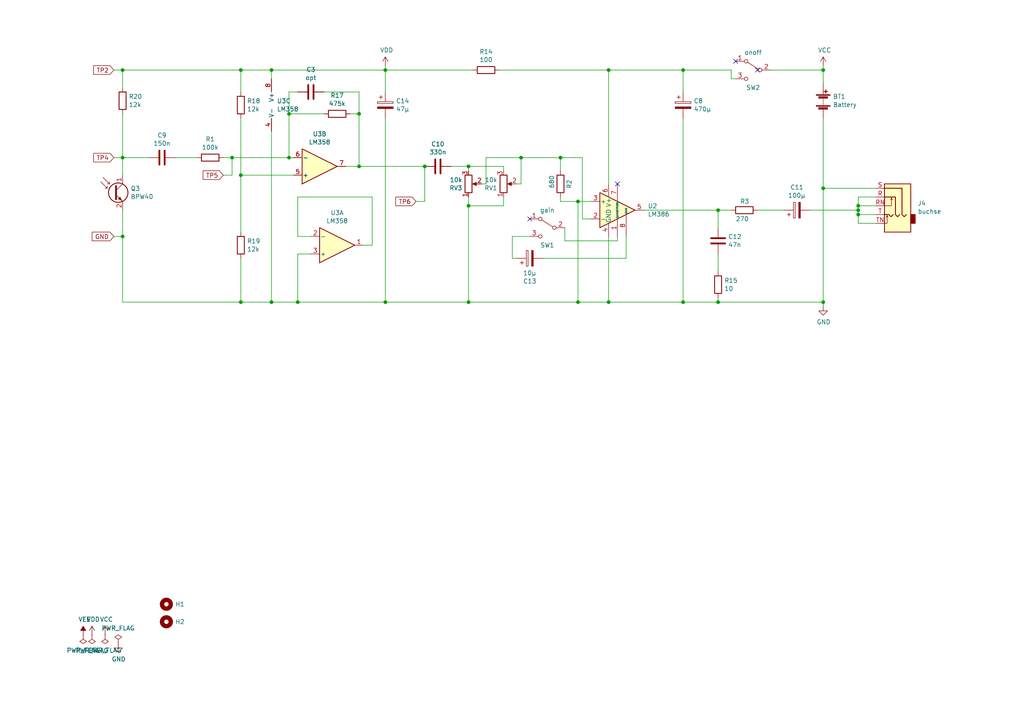
<source format=kicad_sch>
(kicad_sch (version 20211123) (generator eeschema)
  (paper "A4")
  (lib_symbols
    (symbol "Amplifier_Audio:LM386" (pin_names (offset 0.127))
      (property "Reference" "U" (at 1.27 7.62 0))
      (property "Value" "LM386" (at 1.27 5.08 0))
      (symbol "LM386_0_1"
        (polyline (pts (xy 5.08 0) (xy -5.08 5.08) (xy -5.08 -5.08) (xy 5.08 0)) (stroke (width 0.254)) (fill (type background)))
      )
      (symbol "LM386_1_1"
        (pin input line (at 0 -7.62 90) (length 5.08) (name "GAIN") (number "1"))
        (pin input line (at -7.62 -2.54 0) (length 2.54) (name "-") (number "2"))
        (pin input line (at -7.62 2.54 0) (length 2.54) (name "+") (number "3"))
        (pin power_in line (at -2.54 -7.62 90) (length 3.81) (name "GND") (number "4"))
        (pin output line (at 7.62 0 180) (length 2.54) (name "~") (number "5"))
        (pin power_in line (at -2.54 7.62 270) (length 3.81) (name "V+") (number "6"))
        (pin input line (at 0 7.62 270) (length 5.08) (name "BYPASS") (number "7"))
        (pin input line (at 2.54 -7.62 90) (length 6.35) (name "GAIN") (number "8"))
      )
    )
    (symbol "Amplifier_Operational:LM358" (pin_names (offset 0.127))
      (property "Reference" "U" (at 0 5.08 0))
      (property "Value" "LM358" (at 0 -5.08 0))
      (symbol "LM358_1_1"
        (polyline (pts (xy -5.08 5.08) (xy 5.08 0) (xy -5.08 -5.08) (xy -5.08 5.08)) (stroke (width 0.254)) (fill (type background)))
        (pin output line (at 7.62 0 180) (length 2.54) (name "~") (number "1"))
        (pin input line (at -7.62 -2.54 0) (length 2.54) (name "-") (number "2"))
        (pin input line (at -7.62 2.54 0) (length 2.54) (name "+") (number "3"))
      )
      (symbol "LM358_2_1"
        (polyline (pts (xy -5.08 5.08) (xy 5.08 0) (xy -5.08 -5.08) (xy -5.08 5.08)) (stroke (width 0.254)) (fill (type background)))
        (pin input line (at -7.62 2.54 0) (length 2.54) (name "+") (number "5"))
        (pin input line (at -7.62 -2.54 0) (length 2.54) (name "-") (number "6"))
        (pin output line (at 7.62 0 180) (length 2.54) (name "~") (number "7"))
      )
      (symbol "LM358_3_1"
        (pin power_in line (at -2.54 -7.62 90) (length 3.81) (name "V-") (number "4"))
        (pin power_in line (at -2.54 7.62 270) (length 3.81) (name "V+") (number "8"))
      )
    )
    (symbol "Connector:AudioJack3_SwitchTR"
      (property "Reference" "J" (at 0 8.89 0))
      (property "Value" "AudioJack3_SwitchTR" (at 0 6.35 0))
      (symbol "AudioJack3_SwitchTR_0_1"
        (rectangle (start -5.08 -5.08) (end -6.35 -7.62) (stroke (width 0.254)) (fill (type outline)))
        (polyline (pts (xy 0.508 -0.254) (xy 0.762 -0.762)))
        (polyline (pts (xy 1.778 -5.334) (xy 2.032 -5.842)))
        (polyline (pts (xy 0 -5.08) (xy 0.635 -5.715) (xy 1.27 -5.08) (xy 2.54 -5.08)) (stroke (width 0.254)))
        (polyline (pts (xy 2.54 -7.62) (xy 1.778 -7.62) (xy 1.778 -5.334) (xy 1.524 -5.842)))
        (polyline (pts (xy 2.54 -2.54) (xy 0.508 -2.54) (xy 0.508 -0.254) (xy 0.254 -0.762)))
        (polyline (pts (xy -1.905 -5.08) (xy -1.27 -5.715) (xy -0.635 -5.08) (xy -0.635 0) (xy 2.54 0)) (stroke (width 0.254)))
        (polyline (pts (xy 2.54 2.54) (xy -2.54 2.54) (xy -2.54 -5.08) (xy -3.175 -5.715) (xy -3.81 -5.08)) (stroke (width 0.254)))
        (rectangle (start 2.54 3.81) (end -5.08 -10.16) (stroke (width 0.254)) (fill (type background)))
      )
      (symbol "AudioJack3_SwitchTR_1_1"
        (pin passive line (at 5.08 0 180) (length 2.54) (name "~") (number "R"))
        (pin passive line (at 5.08 -2.54 180) (length 2.54) (name "~") (number "RN"))
        (pin passive line (at 5.08 2.54 180) (length 2.54) (name "~") (number "S"))
        (pin passive line (at 5.08 -5.08 180) (length 2.54) (name "~") (number "T"))
        (pin passive line (at 5.08 -7.62 180) (length 2.54) (name "~") (number "TN"))
      )
    )
    (symbol "Device:Battery" (pin_numbers hide) (pin_names (offset 0) hide)
      (property "Reference" "BT" (at 2.54 2.54 0))
      (property "Value" "Battery" (at 2.54 0 0))
      (symbol "Battery_0_1"
        (rectangle (start -2.032 -1.397) (end 2.032 -1.651) (fill (type outline)))
        (rectangle (start -2.032 1.778) (end 2.032 1.524) (fill (type outline)))
        (rectangle (start -1.3208 -1.9812) (end 1.27 -2.4892) (fill (type outline)))
        (rectangle (start -1.3208 1.1938) (end 1.27 0.6858) (fill (type outline)))
        (polyline (pts (xy 0 -1.524) (xy 0 -1.27)))
        (polyline (pts (xy 0 -1.016) (xy 0 -0.762)))
        (polyline (pts (xy 0 -0.508) (xy 0 -0.254)))
        (polyline (pts (xy 0 0) (xy 0 0.254)))
        (polyline (pts (xy 0 0.508) (xy 0 0.762)))
        (polyline (pts (xy 0 1.778) (xy 0 2.54)))
        (polyline (pts (xy 0.254 2.667) (xy 1.27 2.667)) (stroke (width 0.254)))
        (polyline (pts (xy 0.762 3.175) (xy 0.762 2.159)) (stroke (width 0.254)))
      )
      (symbol "Battery_1_1"
        (pin passive line (at 0 5.08 270) (length 2.54) (name "+") (number "1"))
        (pin passive line (at 0 -5.08 90) (length 2.54) (name "-") (number "2"))
      )
    )
    (symbol "Device:C" (pin_numbers hide) (pin_names (offset 0.254))
      (property "Reference" "C" (at 0.635 2.54 0))
      (property "Value" "C" (at 0.635 -2.54 0))
      (symbol "C_0_1"
        (polyline (pts (xy -2.032 -0.762) (xy 2.032 -0.762)) (stroke (width 0.508)))
        (polyline (pts (xy -2.032 0.762) (xy 2.032 0.762)) (stroke (width 0.508)))
      )
      (symbol "C_1_1"
        (pin passive line (at 0 3.81 270) (length 2.794) (name "~") (number "1"))
        (pin passive line (at 0 -3.81 90) (length 2.794) (name "~") (number "2"))
      )
    )
    (symbol "Device:CP" (pin_numbers hide) (pin_names (offset 0.254))
      (property "Reference" "C" (at 0.635 2.54 0))
      (property "Value" "Device_CP" (at 0.635 -2.54 0))
      (symbol "CP_0_1"
        (rectangle (start -2.286 0.508) (end 2.286 1.016))
        (polyline (pts (xy -1.778 2.286) (xy -0.762 2.286)))
        (polyline (pts (xy -1.27 2.794) (xy -1.27 1.778)))
        (rectangle (start 2.286 -0.508) (end -2.286 -1.016) (fill (type outline)))
      )
      (symbol "CP_1_1"
        (pin passive line (at 0 3.81 270) (length 2.794) (name "~") (number "1"))
        (pin passive line (at 0 -3.81 90) (length 2.794) (name "~") (number "2"))
      )
    )
    (symbol "Device:R" (pin_numbers hide) (pin_names (offset 0))
      (property "Reference" "R" (at 2.032 0 90))
      (property "Value" "R" (at 0 0 90))
      (symbol "R_0_1"
        (rectangle (start -1.016 -2.54) (end 1.016 2.54) (stroke (width 0.254)))
      )
      (symbol "R_1_1"
        (pin passive line (at 0 3.81 270) (length 1.27) (name "~") (number "1"))
        (pin passive line (at 0 -3.81 90) (length 1.27) (name "~") (number "2"))
      )
    )
    (symbol "Device:R_POT" (pin_names (offset 1.016) hide)
      (property "Reference" "RV" (at -4.445 0 90))
      (property "Value" "Device_R_POT" (at -2.54 0 90))
      (symbol "R_POT_0_1"
        (polyline (pts (xy 2.54 0) (xy 1.524 0)))
        (polyline (pts (xy 1.143 0) (xy 2.286 0.508) (xy 2.286 -0.508) (xy 1.143 0)) (fill (type outline)))
        (rectangle (start 1.016 2.54) (end -1.016 -2.54) (stroke (width 0.254)))
      )
      (symbol "R_POT_1_1"
        (pin passive line (at 0 3.81 270) (length 1.27) (name "1") (number "1"))
        (pin passive line (at 3.81 0 180) (length 1.27) (name "2") (number "2"))
        (pin passive line (at 0 -3.81 90) (length 1.27) (name "3") (number "3"))
      )
    )
    (symbol "Mechanical:MountingHole" (pin_names (offset 1.016))
      (property "Reference" "H" (at 0 5.08 0))
      (property "Value" "MountingHole" (at 0 3.175 0))
      (symbol "MountingHole_0_1"
        (circle (center 0 0) (radius 1.27) (stroke (width 1.27)))
      )
    )
    (symbol "Sensor_Optical:BPW40" (pin_names (offset 0) hide)
      (property "Reference" "Q" (at 5.08 1.27 0))
      (property "Value" "BPW40" (at 5.08 -1.27 0))
      (symbol "BPW40_0_1"
        (polyline (pts (xy -1.905 1.27) (xy -2.54 1.27)))
        (polyline (pts (xy -1.27 2.54) (xy -1.905 2.54)))
        (polyline (pts (xy 0.635 0.635) (xy 2.54 2.54)))
        (polyline (pts (xy -3.81 3.175) (xy -1.905 1.27) (xy -1.905 1.905)))
        (polyline (pts (xy -3.175 4.445) (xy -1.27 2.54) (xy -1.27 3.175)))
        (polyline (pts (xy 0.635 -0.635) (xy 2.54 -2.54) (xy 2.54 -2.54)))
        (polyline (pts (xy 0.635 1.905) (xy 0.635 -1.905) (xy 0.635 -1.905)) (stroke (width 0.508)))
        (polyline (pts (xy 1.27 -1.778) (xy 1.778 -1.27) (xy 2.286 -2.286) (xy 1.27 -1.778) (xy 1.27 -1.778)) (fill (type outline)))
        (circle (center 1.27 0) (radius 2.8194) (stroke (width 0.254)))
      )
      (symbol "BPW40_1_1"
        (pin passive line (at 2.54 5.08 270) (length 2.54) (name "C") (number "1"))
        (pin passive line (at 2.54 -5.08 90) (length 2.54) (name "E") (number "2"))
      )
    )
    (symbol "Switch:SW_SPDT" (pin_names (offset 0) hide)
      (property "Reference" "SW" (at 0 4.318 0))
      (property "Value" "SW_SPDT" (at 0 -5.08 0))
      (symbol "SW_SPDT_0_0"
        (circle (center -2.032 0) (radius 0.508))
        (circle (center 2.032 -2.54) (radius 0.508))
      )
      (symbol "SW_SPDT_0_1"
        (polyline (pts (xy -1.524 0.254) (xy 1.651 2.286)))
        (circle (center 2.032 2.54) (radius 0.508))
      )
      (symbol "SW_SPDT_1_1"
        (pin passive line (at 5.08 2.54 180) (length 2.54) (name "A") (number "1"))
        (pin passive line (at -5.08 0 0) (length 2.54) (name "B") (number "2"))
        (pin passive line (at 5.08 -2.54 180) (length 2.54) (name "C") (number "3"))
      )
    )
    (symbol "power:GND" (power) (pin_names (offset 0))
      (property "Value" "GND" (at 0 -3.81 0))
      (symbol "GND_0_1"
        (polyline (pts (xy 0 0) (xy 0 -1.27) (xy 1.27 -1.27) (xy 0 -2.54) (xy -1.27 -1.27) (xy 0 -1.27)))
      )
      (symbol "GND_1_1"
        (pin power_in line (at 0 0 270) (length 0) hide (name "GND") (number "1"))
      )
    )
    (symbol "power:PWR_FLAG" (power) (pin_numbers hide) (pin_names (offset 0) hide)
      (property "Value" "PWR_FLAG" (at 0 3.81 0))
      (symbol "PWR_FLAG_0_0"
        (pin power_out line (at 0 0 90) (length 0) (name "pwr") (number "1"))
      )
      (symbol "PWR_FLAG_0_1"
        (polyline (pts (xy 0 0) (xy 0 1.27) (xy -1.016 1.905) (xy 0 2.54) (xy 1.016 1.905) (xy 0 1.27)))
      )
    )
    (symbol "power:VCC" (power) (pin_names (offset 0))
      (property "Value" "VCC" (at 0 3.81 0))
      (symbol "VCC_0_1"
        (polyline (pts (xy -0.762 1.27) (xy 0 2.54)))
        (polyline (pts (xy 0 0) (xy 0 2.54)))
        (polyline (pts (xy 0 2.54) (xy 0.762 1.27)))
      )
      (symbol "VCC_1_1"
        (pin power_in line (at 0 0 90) (length 0) hide (name "VCC") (number "1"))
      )
    )
    (symbol "power:VDD" (power) (pin_names (offset 0))
      (property "Value" "VDD" (at 0 3.81 0))
      (symbol "VDD_0_1"
        (polyline (pts (xy -0.762 1.27) (xy 0 2.54)))
        (polyline (pts (xy 0 0) (xy 0 2.54)))
        (polyline (pts (xy 0 2.54) (xy 0.762 1.27)))
      )
      (symbol "VDD_1_1"
        (pin power_in line (at 0 0 90) (length 0) hide (name "VDD") (number "1"))
      )
    )
    (symbol "power:VEE" (power) (pin_names (offset 0))
      (property "Value" "VEE" (at 0 3.81 0))
      (symbol "VEE_0_1"
        (polyline (pts (xy 0 0) (xy 0 2.54)))
        (polyline (pts (xy 0.762 1.27) (xy -0.762 1.27) (xy 0 2.54) (xy 0.762 1.27)) (fill (type outline)))
      )
      (symbol "VEE_1_1"
        (pin power_in line (at 0 0 90) (length 0) hide (name "VEE") (number "1"))
      )
    )
  )
  (junction (at 167.64 87.63))
  (junction (at 198.12 20.32))
  (junction (at 151.13 45.72))
  (junction (at 83.82 45.72))
  (junction (at 176.53 20.32))
  (junction (at 111.76 20.32))
  (junction (at 198.12 87.63))
  (junction (at 83.82 33.02))
  (junction (at 67.31 45.72))
  (junction (at 176.53 87.63))
  (junction (at 208.28 60.96))
  (junction (at 35.56 45.72))
  (junction (at 111.76 87.63))
  (junction (at 69.85 87.63))
  (junction (at 162.56 45.72))
  (junction (at 104.14 33.02))
  (junction (at 238.76 20.32))
  (junction (at 238.76 87.63))
  (junction (at 208.28 87.63))
  (junction (at 78.74 20.32))
  (junction (at 248.92 59.69))
  (junction (at 123.19 48.26))
  (junction (at 135.89 48.26))
  (junction (at 248.92 62.23))
  (junction (at 35.56 68.58))
  (junction (at 238.76 54.61))
  (junction (at 167.64 58.42))
  (junction (at 86.36 87.63))
  (junction (at 248.92 60.96))
  (junction (at 135.89 87.63))
  (junction (at 78.74 87.63))
  (junction (at 35.56 20.32))
  (junction (at 69.85 50.8))
  (junction (at 69.85 20.32))
  (junction (at 135.89 59.69))
  (junction (at 104.14 48.26))
  (no_connect (at 219.71 20.32))
  (no_connect (at 213.36 17.78))
  (no_connect (at 153.67 63.5))
  (no_connect (at 179.07 53.34))
  (wire (pts (xy 167.64 87.63) (xy 176.53 87.63)))
  (wire (pts (xy 35.56 87.63) (xy 69.85 87.63)))
  (wire (pts (xy 176.53 87.63) (xy 198.12 87.63)))
  (wire (pts (xy 93.98 26.67) (xy 104.14 26.67)))
  (wire (pts (xy 69.85 34.29) (xy 69.85 50.8)))
  (wire (pts (xy 83.82 45.72) (xy 67.31 45.72)))
  (wire (pts (xy 186.69 60.96) (xy 208.28 60.96)))
  (wire (pts (xy 104.14 26.67) (xy 104.14 33.02)))
  (wire (pts (xy 35.56 20.32) (xy 35.56 25.4)))
  (wire (pts (xy 85.09 45.72) (xy 83.82 45.72)))
  (wire (pts (xy 111.76 87.63) (xy 135.89 87.63)))
  (wire (pts (xy 123.19 58.42) (xy 123.19 48.26)))
  (wire (pts (xy 135.89 48.26) (xy 146.05 48.26)))
  (wire (pts (xy 83.82 33.02) (xy 93.98 33.02)))
  (wire (pts (xy 248.92 60.96) (xy 248.92 62.23)))
  (wire (pts (xy 137.16 20.32) (xy 111.76 20.32)))
  (wire (pts (xy 168.91 63.5) (xy 171.45 63.5)))
  (wire (pts (xy 43.18 45.72) (xy 35.56 45.72)))
  (wire (pts (xy 219.71 60.96) (xy 227.33 60.96)))
  (wire (pts (xy 212.09 22.86) (xy 212.09 20.32)))
  (wire (pts (xy 144.78 20.32) (xy 176.53 20.32)))
  (wire (pts (xy 151.13 45.72) (xy 162.56 45.72)))
  (wire (pts (xy 86.36 73.66) (xy 90.17 73.66)))
  (wire (pts (xy 254 54.61) (xy 238.76 54.61)))
  (wire (pts (xy 35.56 33.02) (xy 35.56 45.72)))
  (wire (pts (xy 100.33 48.26) (xy 104.14 48.26)))
  (wire (pts (xy 111.76 19.05) (xy 111.76 20.32)))
  (wire (pts (xy 181.61 68.58) (xy 181.61 74.93)))
  (wire (pts (xy 148.59 74.93) (xy 149.86 74.93)))
  (wire (pts (xy 86.36 87.63) (xy 111.76 87.63)))
  (wire (pts (xy 135.89 48.26) (xy 135.89 49.53)))
  (wire (pts (xy 179.07 69.85) (xy 179.07 68.58)))
  (wire (pts (xy 78.74 20.32) (xy 69.85 20.32)))
  (wire (pts (xy 120.65 58.42) (xy 123.19 58.42)))
  (wire (pts (xy 140.97 45.72) (xy 151.13 45.72)))
  (wire (pts (xy 248.92 59.69) (xy 248.92 60.96)))
  (wire (pts (xy 162.56 45.72) (xy 168.91 45.72)))
  (wire (pts (xy 33.02 45.72) (xy 35.56 45.72)))
  (wire (pts (xy 33.02 68.58) (xy 35.56 68.58)))
  (wire (pts (xy 135.89 57.15) (xy 135.89 59.69)))
  (wire (pts (xy 254 57.15) (xy 248.92 57.15)))
  (wire (pts (xy 86.36 26.67) (xy 83.82 26.67)))
  (wire (pts (xy 146.05 48.26) (xy 146.05 49.53)))
  (wire (pts (xy 67.31 45.72) (xy 64.77 45.72)))
  (wire (pts (xy 78.74 38.1) (xy 78.74 87.63)))
  (wire (pts (xy 248.92 64.77) (xy 254 64.77)))
  (wire (pts (xy 162.56 57.15) (xy 162.56 58.42)))
  (wire (pts (xy 146.05 59.69) (xy 135.89 59.69)))
  (wire (pts (xy 238.76 87.63) (xy 238.76 54.61)))
  (wire (pts (xy 176.53 53.34) (xy 176.53 20.32)))
  (wire (pts (xy 198.12 20.32) (xy 212.09 20.32)))
  (wire (pts (xy 223.52 20.32) (xy 238.76 20.32)))
  (wire (pts (xy 176.53 20.32) (xy 198.12 20.32)))
  (wire (pts (xy 33.02 20.32) (xy 35.56 20.32)))
  (wire (pts (xy 151.13 53.34) (xy 149.86 53.34)))
  (wire (pts (xy 111.76 20.32) (xy 78.74 20.32)))
  (wire (pts (xy 238.76 88.9) (xy 238.76 87.63)))
  (wire (pts (xy 146.05 57.15) (xy 146.05 59.69)))
  (wire (pts (xy 198.12 87.63) (xy 208.28 87.63)))
  (wire (pts (xy 35.56 68.58) (xy 35.56 87.63)))
  (wire (pts (xy 176.53 68.58) (xy 176.53 87.63)))
  (wire (pts (xy 86.36 73.66) (xy 86.36 87.63)))
  (wire (pts (xy 104.14 48.26) (xy 123.19 48.26)))
  (wire (pts (xy 208.28 60.96) (xy 212.09 60.96)))
  (wire (pts (xy 101.6 33.02) (xy 104.14 33.02)))
  (wire (pts (xy 163.83 69.85) (xy 179.07 69.85)))
  (wire (pts (xy 140.97 53.34) (xy 140.97 45.72)))
  (wire (pts (xy 69.85 87.63) (xy 78.74 87.63)))
  (wire (pts (xy 111.76 26.67) (xy 111.76 20.32)))
  (wire (pts (xy 208.28 66.04) (xy 208.28 60.96)))
  (wire (pts (xy 111.76 34.29) (xy 111.76 87.63)))
  (wire (pts (xy 69.85 50.8) (xy 85.09 50.8)))
  (wire (pts (xy 208.28 87.63) (xy 238.76 87.63)))
  (wire (pts (xy 234.95 60.96) (xy 248.92 60.96)))
  (wire (pts (xy 162.56 58.42) (xy 167.64 58.42)))
  (wire (pts (xy 78.74 87.63) (xy 86.36 87.63)))
  (wire (pts (xy 162.56 49.53) (xy 162.56 45.72)))
  (wire (pts (xy 135.89 87.63) (xy 167.64 87.63)))
  (wire (pts (xy 50.8 45.72) (xy 57.15 45.72)))
  (wire (pts (xy 248.92 62.23) (xy 248.92 64.77)))
  (wire (pts (xy 208.28 78.74) (xy 208.28 73.66)))
  (wire (pts (xy 83.82 33.02) (xy 83.82 45.72)))
  (wire (pts (xy 181.61 74.93) (xy 157.48 74.93)))
  (wire (pts (xy 130.81 48.26) (xy 135.89 48.26)))
  (wire (pts (xy 167.64 58.42) (xy 167.64 87.63)))
  (wire (pts (xy 107.95 71.12) (xy 105.41 71.12)))
  (wire (pts (xy 213.36 22.86) (xy 212.09 22.86)))
  (wire (pts (xy 69.85 20.32) (xy 35.56 20.32)))
  (wire (pts (xy 151.13 45.72) (xy 151.13 53.34)))
  (wire (pts (xy 35.56 45.72) (xy 35.56 50.8)))
  (wire (pts (xy 83.82 26.67) (xy 83.82 33.02)))
  (wire (pts (xy 139.7 53.34) (xy 140.97 53.34)))
  (wire (pts (xy 171.45 58.42) (xy 167.64 58.42)))
  (wire (pts (xy 208.28 86.36) (xy 208.28 87.63)))
  (wire (pts (xy 69.85 26.67) (xy 69.85 20.32)))
  (wire (pts (xy 67.31 50.8) (xy 67.31 45.72)))
  (wire (pts (xy 135.89 59.69) (xy 135.89 87.63)))
  (wire (pts (xy 69.85 74.93) (xy 69.85 87.63)))
  (wire (pts (xy 86.36 68.58) (xy 86.36 57.15)))
  (wire (pts (xy 148.59 68.58) (xy 148.59 74.93)))
  (wire (pts (xy 69.85 50.8) (xy 69.85 67.31)))
  (wire (pts (xy 254 62.23) (xy 248.92 62.23)))
  (wire (pts (xy 163.83 66.04) (xy 163.83 69.85)))
  (wire (pts (xy 64.77 50.8) (xy 67.31 50.8)))
  (wire (pts (xy 248.92 57.15) (xy 248.92 59.69)))
  (wire (pts (xy 254 59.69) (xy 248.92 59.69)))
  (wire (pts (xy 107.95 57.15) (xy 107.95 71.12)))
  (wire (pts (xy 90.17 68.58) (xy 86.36 68.58)))
  (wire (pts (xy 238.76 19.05) (xy 238.76 20.32)))
  (wire (pts (xy 104.14 33.02) (xy 104.14 48.26)))
  (wire (pts (xy 238.76 20.32) (xy 238.76 24.13)))
  (wire (pts (xy 168.91 45.72) (xy 168.91 63.5)))
  (wire (pts (xy 86.36 57.15) (xy 107.95 57.15)))
  (wire (pts (xy 198.12 34.29) (xy 198.12 87.63)))
  (wire (pts (xy 153.67 68.58) (xy 148.59 68.58)))
  (wire (pts (xy 238.76 54.61) (xy 238.76 34.29)))
  (wire (pts (xy 78.74 22.86) (xy 78.74 20.32)))
  (wire (pts (xy 35.56 60.96) (xy 35.56 68.58)))
  (wire (pts (xy 198.12 26.67) (xy 198.12 20.32)))
  (global_label "TP4" (shape input) (at 33.02 45.72 180) (property "Intersheet References" "${INTERSHEET_REFS}" (effects hide)))
  (global_label "TP2" (shape input) (at 33.02 20.32 180) (property "Intersheet References" "${INTERSHEET_REFS}" (effects hide)))
  (global_label "TP6" (shape input) (at 120.65 58.42 180) (property "Intersheet References" "${INTERSHEET_REFS}" (effects hide)))
  (global_label "TP5" (shape input) (at 64.77 50.8 180) (property "Intersheet References" "${INTERSHEET_REFS}" (effects hide)))
  (global_label "GND" (shape input) (at 33.02 68.58 180) (property "Intersheet References" "${INTERSHEET_REFS}" (effects hide)))
  (symbol (lib_id "Amplifier_Operational:LM358") (at 97.79 71.12 0) (mirror x) (unit 1)
    (property "Reference" "U3" (at 97.79 61.722 0))
    (property "Value" "LM358" (at 97.79 64.0842 0))
    (property "Footprint" "Package_DIP:DIP-8_W7.62mm_LongPads" (effects hide))
    (property "Datasheet" "http://www.ti.com/lit/ds/symlink/lm2904-n.pdf" (effects hide))
  )
  (symbol (lib_id "Amplifier_Operational:LM358") (at 92.71 48.26 0) (mirror x) (unit 2)
    (property "Reference" "U3" (at 92.71 38.862 0))
    (property "Value" "LM358" (at 92.71 41.2242 0))
    (property "Footprint" "Package_DIP:DIP-8_W7.62mm_LongPads" (effects hide))
    (property "Datasheet" "http://www.ti.com/lit/ds/symlink/lm2904-n.pdf" (effects hide))
  )
  (symbol (lib_id "Amplifier_Operational:LM358") (at 81.28 30.48 0) (unit 3)
    (property "Reference" "U3" (at 80.2894 29.2862 0) (effects (justify left)))
    (property "Value" "LM358" (at 80.2894 31.6484 0) (effects (justify left)))
    (property "Footprint" "Package_DIP:DIP-8_W7.62mm_LongPads" (effects hide))
    (property "Datasheet" "http://www.ti.com/lit/ds/symlink/lm2904-n.pdf" (effects hide))
  )
  (symbol (lib_id "Device:R") (at 69.85 30.48 0) (unit 1)
    (property "Reference" "R18" (at 71.628 29.2862 0) (effects (justify left)))
    (property "Value" "12k" (at 71.628 31.6484 0) (effects (justify left)))
    (property "Footprint" "Resistor_THT:R_Axial_DIN0204_L3.6mm_D1.6mm_P7.62mm_Horizontal" (effects hide))
  )
  (symbol (lib_id "Device:R") (at 69.85 71.12 0) (unit 1)
    (property "Reference" "R19" (at 71.628 69.9262 0) (effects (justify left)))
    (property "Value" "12k" (at 71.628 72.2884 0) (effects (justify left)))
    (property "Footprint" "Resistor_THT:R_Axial_DIN0204_L3.6mm_D1.6mm_P7.62mm_Horizontal" (effects hide))
  )
  (symbol (lib_id "Device:R") (at 60.96 45.72 270) (unit 1)
    (property "Reference" "R1" (at 60.96 40.386 90))
    (property "Value" "100k" (at 60.96 42.7482 90))
    (property "Footprint" "Resistor_THT:R_Axial_DIN0204_L3.6mm_D1.6mm_P7.62mm_Horizontal" (effects hide))
  )
  (symbol (lib_id "Device:R") (at 35.56 29.21 0) (unit 1)
    (property "Reference" "R20" (at 37.338 28.0162 0) (effects (justify left)))
    (property "Value" "12k" (at 37.338 30.3784 0) (effects (justify left)))
    (property "Footprint" "Resistor_THT:R_Axial_DIN0204_L3.6mm_D1.6mm_P7.62mm_Horizontal" (effects hide))
  )
  (symbol (lib_id "Device:R") (at 97.79 33.02 270) (unit 1)
    (property "Reference" "R17" (at 97.79 27.686 90))
    (property "Value" "475k" (at 97.79 30.0482 90))
    (property "Footprint" "Resistor_THT:R_Axial_DIN0204_L3.6mm_D1.6mm_P7.62mm_Horizontal" (effects hide))
  )
  (symbol (lib_id "Device:C") (at 46.99 45.72 270) (unit 1)
    (property "Reference" "C9" (at 46.99 39.243 90))
    (property "Value" "150n" (at 46.99 41.6052 90))
    (property "Footprint" "Capacitor_THT:C_Rect_L7.0mm_W3.5mm_P2.50mm_P5.00mm" (effects hide))
  )
  (symbol (lib_id "Device:CP") (at 111.76 30.48 0) (unit 1)
    (property "Reference" "C14" (at 114.8334 29.2862 0) (effects (justify left)))
    (property "Value" "47µ" (at 114.8334 31.6484 0) (effects (justify left)))
    (property "Footprint" "Capacitor_THT:CP_Radial_D5.0mm_P2.00mm" (effects hide))
  )
  (symbol (lib_id "Device:C") (at 127 48.26 270) (unit 1)
    (property "Reference" "C10" (at 127 41.783 90))
    (property "Value" "330n" (at 127 44.1452 90))
    (property "Footprint" "Capacitor_THT:C_Rect_L7.0mm_W3.5mm_P2.50mm_P5.00mm" (effects hide))
  )
  (symbol (lib_id "power:GND") (at 238.76 88.9 0) (unit 1)
    (property "Reference" "#PWR0101" (effects hide))
    (property "Value" "GND" (at 238.887 93.3958 0))
  )
  (symbol (lib_id "power:VCC") (at 238.76 19.05 0) (unit 1)
    (property "Reference" "#PWR0102" (effects hide))
    (property "Value" "VCC" (at 239.141 14.5542 0))
  )
  (symbol (lib_id "Device:R_POT") (at 135.89 53.34 0) (mirror x) (unit 1)
    (property "Reference" "RV3" (at 134.112 54.5338 0) (effects (justify right)))
    (property "Value" "10k" (at 134.112 52.1716 0) (effects (justify right)))
    (property "Footprint" "Potentiometer_THT:Potentiometer_Piher_PC-16_Single_Horizontal" (effects hide))
  )
  (symbol (lib_id "Device:CP") (at 153.67 74.93 90) (unit 1)
    (property "Reference" "C13" (at 153.67 81.5594 90))
    (property "Value" "10µ" (at 153.67 79.1972 90))
    (property "Footprint" "Capacitor_THT:CP_Radial_D5.0mm_P2.00mm" (effects hide))
  )
  (symbol (lib_id "Amplifier_Audio:LM386") (at 179.07 60.96 0) (unit 1)
    (property "Reference" "U2" (at 187.8838 59.7662 0) (effects (justify left)))
    (property "Value" "LM386" (at 187.8838 62.1284 0) (effects (justify left)))
    (property "Footprint" "Package_DIP:DIP-8_W7.62mm_LongPads" (effects hide))
    (property "Datasheet" "http://www.ti.com/lit/ds/symlink/lm386.pdf" (effects hide))
  )
  (symbol (lib_id "Device:CP") (at 198.12 30.48 0) (unit 1)
    (property "Reference" "C8" (at 201.1934 29.2862 0) (effects (justify left)))
    (property "Value" "470µ" (at 201.1934 31.6484 0) (effects (justify left)))
    (property "Footprint" "Capacitor_THT:CP_Radial_D10.0mm_P2.50mm_P5.00mm" (effects hide))
  )
  (symbol (lib_id "power:VDD") (at 111.76 19.05 0) (unit 1)
    (property "Reference" "#PWR0103" (effects hide))
    (property "Value" "VDD" (at 112.141 14.5542 0))
  )
  (symbol (lib_id "Device:R") (at 140.97 20.32 270) (unit 1)
    (property "Reference" "R14" (at 140.97 14.986 90))
    (property "Value" "100" (at 140.97 17.3482 90))
    (property "Footprint" "Resistor_THT:R_Axial_DIN0204_L3.6mm_D1.6mm_P7.62mm_Horizontal" (effects hide))
  )
  (symbol (lib_id "Device:CP") (at 231.14 60.96 90) (unit 1)
    (property "Reference" "C11" (at 231.14 54.3306 90))
    (property "Value" "100µ" (at 231.14 56.6928 90))
    (property "Footprint" "Capacitor_THT:CP_Radial_D5.0mm_P2.00mm" (effects hide))
  )
  (symbol (lib_id "Device:C") (at 208.28 69.85 0) (unit 1)
    (property "Reference" "C12" (at 211.201 68.6562 0) (effects (justify left)))
    (property "Value" "47n" (at 211.201 71.0184 0) (effects (justify left)))
    (property "Footprint" "Capacitor_THT:C_Disc_D3.0mm_W1.6mm_P2.50mm" (effects hide))
  )
  (symbol (lib_id "Device:R") (at 208.28 82.55 180) (unit 1)
    (property "Reference" "R15" (at 210.058 81.3562 0) (effects (justify right)))
    (property "Value" "10" (at 210.058 83.7184 0) (effects (justify right)))
    (property "Footprint" "Resistor_THT:R_Axial_DIN0204_L3.6mm_D1.6mm_P7.62mm_Horizontal" (effects hide))
  )
  (symbol (lib_id "Device:Battery") (at 238.76 29.21 0) (unit 1)
    (property "Reference" "BT1" (at 241.5794 28.0162 0) (effects (justify left)))
    (property "Value" "Battery" (at 241.5794 30.3784 0) (effects (justify left)))
    (property "Footprint" "Connector_PinHeader_2.54mm:PinHeader_1x02_P2.54mm_Vertical" (effects hide))
  )
  (symbol (lib_id "Connector:AudioJack3_SwitchTR") (at 259.08 57.15 0) (mirror y) (unit 1)
    (property "Reference" "J4" (at 266.1666 58.9788 0) (effects (justify right)))
    (property "Value" "buchse" (at 266.1666 61.341 0) (effects (justify right)))
    (property "Footprint" "Connector_Audio:Jack_3.5mm_Ledino_KB3SPRS_Horizontal" (effects hide))
  )
  (symbol (lib_id "Sensor_Optical:BPW40") (at 33.02 55.88 0) (unit 1)
    (property "Reference" "Q3" (at 37.8714 54.6862 0) (effects (justify left)))
    (property "Value" "BPW40" (at 37.8714 57.0484 0) (effects (justify left)))
    (property "Footprint" "LED_THT:LED_D5.0mm_Horizontal_O1.27mm_Z3.0mm_Clear" (effects hide))
    (property "Datasheet" "https://www.rcscomponents.kiev.ua/datasheets/bpw40.pdf" (effects hide))
  )
  (symbol (lib_id "power:VDD") (at 26.67 184.15 0) (unit 1)
    (property "Reference" "#PWR0104" (effects hide))
    (property "Value" "VDD" (at 27.051 179.6542 0))
  )
  (symbol (lib_id "power:VCC") (at 30.48 184.15 0) (unit 1)
    (property "Reference" "#PWR0105" (effects hide))
    (property "Value" "VCC" (at 30.861 179.6542 0))
  )
  (symbol (lib_id "power:GND") (at 34.29 186.69 0) (unit 1)
    (property "Reference" "#PWR0106" (effects hide))
    (property "Value" "GND" (at 34.417 191.1858 0))
  )
  (symbol (lib_id "power:PWR_FLAG") (at 34.29 186.69 0) (unit 1)
    (property "Reference" "#FLG0101" (effects hide))
    (property "Value" "PWR_FLAG" (at 34.29 182.1942 0))
  )
  (symbol (lib_id "power:PWR_FLAG") (at 30.48 184.15 180) (unit 1)
    (property "Reference" "#FLG0102" (effects hide))
    (property "Value" "PWR_FLAG" (at 30.48 188.6458 0))
  )
  (symbol (lib_id "power:PWR_FLAG") (at 26.67 184.15 180) (unit 1)
    (property "Reference" "#FLG0103" (effects hide))
    (property "Value" "PWR_FLAG" (at 26.67 188.6458 0))
  )
  (symbol (lib_id "Mechanical:MountingHole") (at 48.26 175.26 0) (unit 1)
    (property "Reference" "H1" (at 50.8 175.26 0) (effects (justify left)))
    (property "Value" "MountingHole" (effects hide))
    (property "Footprint" "MountingHole:MountingHole_3.2mm_M3" (effects hide))
  )
  (symbol (lib_id "Mechanical:MountingHole") (at 48.26 180.34 0) (unit 1)
    (property "Reference" "H2" (at 50.8 180.34 0) (effects (justify left)))
    (property "Value" "MountingHole" (effects hide))
    (property "Footprint" "MountingHole:MountingHole_3.2mm_M3" (effects hide))
  )
  (symbol (lib_id "Device:C") (at 90.17 26.67 270) (unit 1)
    (property "Reference" "C3" (at 90.17 20.193 90))
    (property "Value" "opt" (at 90.17 22.5552 90))
    (property "Footprint" "Capacitor_THT:C_Disc_D3.0mm_W1.6mm_P2.50mm" (effects hide))
  )
  (symbol (lib_id "power:VEE") (at 24.13 184.15 0) (unit 1)
    (property "Reference" "#PWR0108" (effects hide))
    (property "Value" "VEE" (at 24.511 179.6542 0))
  )
  (symbol (lib_id "power:PWR_FLAG") (at 24.13 184.15 180) (unit 1)
    (property "Reference" "#FLG0104" (effects hide))
    (property "Value" "PWR_FLAG" (at 24.13 188.6458 0))
  )
  (symbol (lib_id "Device:R_POT") (at 146.05 53.34 0) (mirror x) (unit 1)
    (property "Reference" "RV1" (at 144.272 54.5338 0) (effects (justify right)))
    (property "Value" "10k" (at 144.272 52.1716 0) (effects (justify right)))
    (property "Footprint" "Potentiometer_THT:Potentiometer_Piher_T-16H_Single_Horizontal" (effects hide))
  )
  (symbol (lib_id "Device:R") (at 215.9 60.96 90) (unit 1)
    (property "Reference" "R3" (at 214.63 58.42 90) (effects (justify right)))
    (property "Value" "270" (at 213.36 63.5 90) (effects (justify right)))
    (property "Footprint" "Resistor_THT:R_Axial_DIN0204_L3.6mm_D1.6mm_P7.62mm_Horizontal" (effects hide))
  )
  (symbol (lib_id "Device:R") (at 162.56 53.34 0) (unit 1)
    (property "Reference" "R2" (at 165.1 52.07 90) (effects (justify right)))
    (property "Value" "680" (at 160.02 50.8 90) (effects (justify right)))
    (property "Footprint" "Resistor_THT:R_Axial_DIN0204_L3.6mm_D1.6mm_P7.62mm_Horizontal" (effects hide))
  )
  (symbol (lib_id "Switch:SW_SPDT") (at 218.44 20.32 0) (mirror y) (unit 1)
    (property "Reference" "SW2" (at 218.44 25.4 0))
    (property "Value" "onoff" (at 218.44 15.24 0))
    (property "Footprint" "Button_Switch_THT:SW_CuK_OS102011MA1QN1_SPDT_Angled" (effects hide))
  )
  (symbol (lib_id "Switch:SW_SPDT") (at 158.75 66.04 0) (mirror y) (unit 1)
    (property "Reference" "SW1" (at 158.75 71.12 0))
    (property "Value" "gain" (at 158.75 60.96 0))
    (property "Footprint" "Button_Switch_THT:SW_CuK_OS102011MA1QN1_SPDT_Angled" (effects hide))
  )
)
</source>
